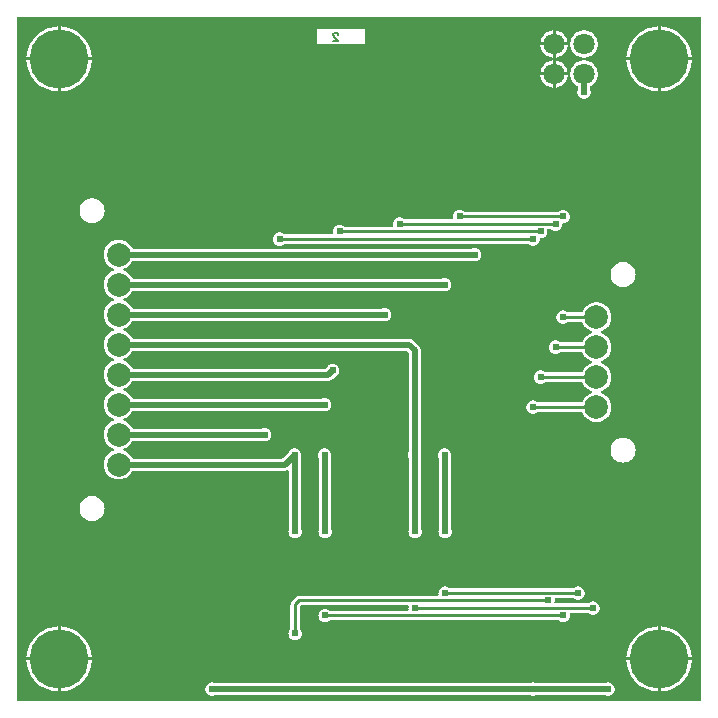
<source format=gbl>
G04 Layer: BottomLayer*
G04 Panelize: , Column: 2, Row: 2, Board Size: 58.42mm x 58.42mm, Panelized Board Size: 118.84mm x 118.84mm*
G04 EasyEDA v6.5.34, 2023-10-07 22:52:34*
G04 b7e43a5b2ceb43bf805b1727b84d9839,5a6b42c53f6a479593ecc07194224c93,10*
G04 Gerber Generator version 0.2*
G04 Scale: 100 percent, Rotated: No, Reflected: No *
G04 Dimensions in millimeters *
G04 leading zeros omitted , absolute positions ,4 integer and 5 decimal *
%FSLAX45Y45*%
%MOMM*%

%ADD10C,0.1524*%
%ADD11C,0.5000*%
%ADD12C,0.2540*%
%ADD13C,5.0000*%
%ADD14C,1.8000*%
%ADD15C,2.0000*%
%ADD16C,0.6096*%
%ADD17C,0.0182*%

%LPD*%
G36*
X5805932Y25908D02*
G01*
X36068Y26416D01*
X32156Y27178D01*
X28905Y29413D01*
X26670Y32664D01*
X25908Y36576D01*
X25908Y5805932D01*
X26670Y5809843D01*
X28905Y5813094D01*
X32156Y5815330D01*
X36068Y5816092D01*
X2555240Y5816092D01*
X2559151Y5815330D01*
X2562402Y5813094D01*
X2564638Y5809843D01*
X2565400Y5805932D01*
X2566162Y5809843D01*
X2568397Y5813094D01*
X2571648Y5815330D01*
X2575560Y5816092D01*
X5805932Y5816092D01*
X5809843Y5815330D01*
X5813094Y5813094D01*
X5815330Y5809843D01*
X5816092Y5805932D01*
X5816092Y36068D01*
X5815330Y32207D01*
X5813094Y28905D01*
X5809843Y26670D01*
G37*

%LPC*%
G36*
X4584700Y5600700D02*
G01*
X4687112Y5600700D01*
X4686960Y5602528D01*
X4684268Y5616803D01*
X4679746Y5630672D01*
X4673549Y5643829D01*
X4665776Y5656122D01*
X4656480Y5667349D01*
X4645863Y5677306D01*
X4634077Y5685840D01*
X4621326Y5692851D01*
X4607814Y5698236D01*
X4593691Y5701842D01*
X4584700Y5702960D01*
G37*
G36*
X393700Y105562D02*
G01*
X398322Y105664D01*
X421284Y108051D01*
X443992Y112369D01*
X466242Y118618D01*
X487934Y126644D01*
X508812Y136499D01*
X528828Y148031D01*
X547827Y161239D01*
X565607Y175971D01*
X582117Y192125D01*
X597204Y209600D01*
X610819Y228295D01*
X622757Y248107D01*
X633018Y268782D01*
X641553Y290271D01*
X648208Y312369D01*
X653034Y334975D01*
X655929Y357936D01*
X656336Y368300D01*
X393700Y368300D01*
G37*
G36*
X5448300Y105613D02*
G01*
X5448300Y368300D01*
X5185410Y368300D01*
X5187289Y346405D01*
X5191150Y323646D01*
X5196890Y301244D01*
X5204460Y279450D01*
X5213858Y258317D01*
X5224983Y238099D01*
X5237784Y218846D01*
X5252161Y200710D01*
X5267960Y183896D01*
X5285130Y168402D01*
X5303520Y154432D01*
X5323027Y142087D01*
X5343499Y131368D01*
X5364835Y122428D01*
X5386781Y115265D01*
X5409285Y109982D01*
X5432145Y106629D01*
G37*
G36*
X368300Y105613D02*
G01*
X368300Y368300D01*
X105410Y368300D01*
X107289Y346405D01*
X111150Y323646D01*
X116890Y301244D01*
X124460Y279450D01*
X133858Y258317D01*
X144983Y238099D01*
X157784Y218846D01*
X172161Y200710D01*
X187960Y183896D01*
X205130Y168402D01*
X223520Y154432D01*
X243027Y142087D01*
X263499Y131368D01*
X284835Y122428D01*
X306781Y115265D01*
X329285Y109982D01*
X352145Y106629D01*
G37*
G36*
X393700Y393700D02*
G01*
X656336Y393700D01*
X655929Y404063D01*
X653034Y427024D01*
X648208Y449630D01*
X641553Y471728D01*
X633018Y493217D01*
X622757Y513892D01*
X610819Y533704D01*
X597204Y552348D01*
X582117Y569874D01*
X565607Y586028D01*
X547827Y600760D01*
X528828Y613968D01*
X508812Y625500D01*
X487934Y635355D01*
X466242Y643382D01*
X443992Y649630D01*
X421284Y653948D01*
X398322Y656336D01*
X393700Y656437D01*
G37*
G36*
X5473700Y393700D02*
G01*
X5736336Y393700D01*
X5735929Y404063D01*
X5733034Y427024D01*
X5728208Y449630D01*
X5721553Y471728D01*
X5713018Y493217D01*
X5702757Y513892D01*
X5690819Y533704D01*
X5677204Y552348D01*
X5662117Y569874D01*
X5645607Y586028D01*
X5627827Y600760D01*
X5608828Y613968D01*
X5588812Y625500D01*
X5567934Y635355D01*
X5546242Y643382D01*
X5523992Y649630D01*
X5501284Y653948D01*
X5478322Y656336D01*
X5473700Y656437D01*
G37*
G36*
X5185410Y393700D02*
G01*
X5448300Y393700D01*
X5448300Y656386D01*
X5432145Y655370D01*
X5409285Y652018D01*
X5386781Y646734D01*
X5364835Y639572D01*
X5343499Y630631D01*
X5323027Y619912D01*
X5303520Y607568D01*
X5285130Y593598D01*
X5267960Y578104D01*
X5252161Y561289D01*
X5237784Y543153D01*
X5224983Y523900D01*
X5213858Y503682D01*
X5204460Y482549D01*
X5196890Y460756D01*
X5191150Y438353D01*
X5187289Y415594D01*
G37*
G36*
X105410Y393700D02*
G01*
X368300Y393700D01*
X368300Y656386D01*
X352145Y655370D01*
X329285Y652018D01*
X306781Y646734D01*
X284835Y639572D01*
X263499Y630631D01*
X243027Y619912D01*
X223520Y607568D01*
X205130Y593598D01*
X187960Y578104D01*
X172161Y561289D01*
X157784Y543153D01*
X144983Y523900D01*
X133858Y503682D01*
X124460Y482549D01*
X116890Y460756D01*
X111150Y438353D01*
X107289Y415594D01*
G37*
G36*
X2379218Y540562D02*
G01*
X2389022Y541426D01*
X2398471Y543966D01*
X2407412Y548081D01*
X2415438Y553720D01*
X2422398Y560679D01*
X2428036Y568706D01*
X2432151Y577646D01*
X2434691Y587095D01*
X2435555Y596900D01*
X2434691Y606704D01*
X2432151Y616153D01*
X2428036Y625094D01*
X2422398Y633120D01*
X2420823Y634695D01*
X2418588Y637997D01*
X2417826Y641908D01*
X2417826Y822299D01*
X2418588Y826211D01*
X2420823Y829513D01*
X2426004Y834694D01*
X2429306Y836930D01*
X2433218Y837692D01*
X3330549Y837692D01*
X3334156Y837031D01*
X3337306Y835101D01*
X3339592Y832154D01*
X3340658Y828598D01*
X3340354Y824890D01*
X3339744Y822604D01*
X3338880Y812800D01*
X3339744Y802995D01*
X3340354Y800709D01*
X3340658Y797001D01*
X3339592Y793445D01*
X3337306Y790498D01*
X3334156Y788568D01*
X3330549Y787908D01*
X2678226Y787908D01*
X2674315Y788670D01*
X2671013Y790905D01*
X2669438Y792480D01*
X2661412Y798118D01*
X2652471Y802233D01*
X2643022Y804773D01*
X2633218Y805637D01*
X2623413Y804773D01*
X2613964Y802233D01*
X2605024Y798118D01*
X2596997Y792480D01*
X2590038Y785520D01*
X2584399Y777494D01*
X2580284Y768553D01*
X2577744Y759104D01*
X2576880Y749300D01*
X2577744Y739495D01*
X2580284Y730046D01*
X2584399Y721106D01*
X2590038Y713079D01*
X2596997Y706120D01*
X2605024Y700481D01*
X2613964Y696366D01*
X2623413Y693826D01*
X2633218Y692962D01*
X2643022Y693826D01*
X2652471Y696366D01*
X2661412Y700481D01*
X2669438Y706120D01*
X2671013Y707694D01*
X2674315Y709930D01*
X2678226Y710692D01*
X4603191Y710692D01*
X4607102Y709930D01*
X4610404Y707694D01*
X4611979Y706120D01*
X4620006Y700481D01*
X4628946Y696366D01*
X4638395Y693826D01*
X4648200Y692962D01*
X4658004Y693826D01*
X4667453Y696366D01*
X4676394Y700481D01*
X4684420Y706120D01*
X4691380Y713079D01*
X4697018Y721106D01*
X4701133Y730046D01*
X4703673Y739495D01*
X4704537Y749300D01*
X4703673Y759104D01*
X4703064Y761390D01*
X4702759Y765098D01*
X4703826Y768654D01*
X4706112Y771601D01*
X4709261Y773531D01*
X4712868Y774192D01*
X4857191Y774192D01*
X4861102Y773430D01*
X4864404Y771194D01*
X4865979Y769620D01*
X4874006Y763981D01*
X4882946Y759866D01*
X4892395Y757326D01*
X4902200Y756462D01*
X4912004Y757326D01*
X4921453Y759866D01*
X4930394Y763981D01*
X4938420Y769620D01*
X4945380Y776579D01*
X4951018Y784606D01*
X4955133Y793546D01*
X4957673Y802995D01*
X4958537Y812800D01*
X4957673Y822604D01*
X4955133Y832053D01*
X4951018Y840994D01*
X4945380Y849020D01*
X4938420Y855980D01*
X4930394Y861618D01*
X4921453Y865733D01*
X4912004Y868273D01*
X4902200Y869137D01*
X4892395Y868273D01*
X4882946Y865733D01*
X4874006Y861618D01*
X4865979Y855980D01*
X4864404Y854405D01*
X4861102Y852169D01*
X4857191Y851408D01*
X4585868Y851408D01*
X4582261Y852068D01*
X4579112Y853998D01*
X4576826Y856945D01*
X4575759Y860501D01*
X4576064Y864209D01*
X4576673Y866495D01*
X4577537Y876300D01*
X4576673Y886104D01*
X4576064Y888390D01*
X4575759Y892098D01*
X4576826Y895654D01*
X4579112Y898601D01*
X4582261Y900531D01*
X4585868Y901192D01*
X4730191Y901192D01*
X4734102Y900430D01*
X4737404Y898194D01*
X4738979Y896619D01*
X4747006Y890981D01*
X4755946Y886866D01*
X4765395Y884326D01*
X4775200Y883462D01*
X4785004Y884326D01*
X4794453Y886866D01*
X4803394Y890981D01*
X4811420Y896619D01*
X4818380Y903579D01*
X4824018Y911606D01*
X4828133Y920546D01*
X4830673Y929995D01*
X4831537Y939800D01*
X4830673Y949604D01*
X4828133Y959053D01*
X4824018Y967994D01*
X4818380Y976020D01*
X4811420Y982980D01*
X4803394Y988618D01*
X4794453Y992733D01*
X4785004Y995273D01*
X4775200Y996137D01*
X4765395Y995273D01*
X4755946Y992733D01*
X4747006Y988618D01*
X4738979Y982980D01*
X4737404Y981405D01*
X4734102Y979169D01*
X4730191Y978408D01*
X3694226Y978408D01*
X3690315Y979169D01*
X3687013Y981405D01*
X3685438Y982980D01*
X3677412Y988618D01*
X3668471Y992733D01*
X3659022Y995273D01*
X3649218Y996137D01*
X3639413Y995273D01*
X3629964Y992733D01*
X3621024Y988618D01*
X3612997Y982980D01*
X3606037Y976020D01*
X3600399Y967994D01*
X3596284Y959053D01*
X3593744Y949604D01*
X3592880Y939800D01*
X3593744Y929995D01*
X3594354Y927709D01*
X3594658Y924001D01*
X3593592Y920445D01*
X3591306Y917498D01*
X3588156Y915568D01*
X3584549Y914908D01*
X2413508Y914908D01*
X2405481Y914095D01*
X2398268Y911910D01*
X2391562Y908354D01*
X2385364Y903224D01*
X2352294Y870153D01*
X2347163Y863955D01*
X2343607Y857250D01*
X2341422Y850036D01*
X2340610Y842010D01*
X2340610Y641908D01*
X2339848Y637997D01*
X2337612Y634695D01*
X2336038Y633120D01*
X2330399Y625094D01*
X2326284Y616153D01*
X2323744Y606704D01*
X2322880Y596900D01*
X2323744Y587095D01*
X2326284Y577646D01*
X2330399Y568706D01*
X2336038Y560679D01*
X2342997Y553720D01*
X2351024Y548081D01*
X2359964Y543966D01*
X2369413Y541426D01*
G37*
G36*
X3649218Y1404162D02*
G01*
X3659022Y1405026D01*
X3668471Y1407566D01*
X3677412Y1411681D01*
X3685438Y1417320D01*
X3692398Y1424279D01*
X3698036Y1432306D01*
X3702151Y1441246D01*
X3704691Y1450695D01*
X3705555Y1460500D01*
X3704691Y1470304D01*
X3702151Y1479753D01*
X3696258Y1491996D01*
X3695801Y1495044D01*
X3695801Y2082292D01*
X3696766Y2086610D01*
X3697833Y2088946D01*
X3700373Y2098395D01*
X3701237Y2108200D01*
X3700373Y2118004D01*
X3697833Y2127453D01*
X3693718Y2136394D01*
X3688079Y2144420D01*
X3681120Y2151380D01*
X3673094Y2157018D01*
X3664153Y2161133D01*
X3654704Y2163673D01*
X3644900Y2164537D01*
X3635095Y2163673D01*
X3625646Y2161133D01*
X3616706Y2157018D01*
X3608679Y2151380D01*
X3601720Y2144420D01*
X3596081Y2136394D01*
X3591966Y2127453D01*
X3589426Y2118004D01*
X3588562Y2108200D01*
X3589426Y2098395D01*
X3591966Y2088946D01*
X3593033Y2086610D01*
X3593998Y2082292D01*
X3593998Y1472641D01*
X3592880Y1460449D01*
X3593744Y1450695D01*
X3596284Y1441246D01*
X3600399Y1432306D01*
X3606037Y1424279D01*
X3612997Y1417320D01*
X3621024Y1411681D01*
X3629964Y1407566D01*
X3639413Y1405026D01*
G37*
G36*
X2633218Y1404162D02*
G01*
X2643022Y1405026D01*
X2652471Y1407566D01*
X2661412Y1411681D01*
X2669438Y1417320D01*
X2676398Y1424279D01*
X2682036Y1432306D01*
X2686151Y1441246D01*
X2688691Y1450695D01*
X2689555Y1460500D01*
X2688691Y1470304D01*
X2686151Y1479753D01*
X2680258Y1491996D01*
X2679801Y1495044D01*
X2679801Y2082292D01*
X2680766Y2086610D01*
X2681833Y2088946D01*
X2684373Y2098395D01*
X2685237Y2108200D01*
X2684373Y2118004D01*
X2681833Y2127453D01*
X2677718Y2136394D01*
X2672080Y2144420D01*
X2665120Y2151380D01*
X2657094Y2157018D01*
X2648153Y2161133D01*
X2638704Y2163673D01*
X2628900Y2164537D01*
X2619095Y2163673D01*
X2609646Y2161133D01*
X2600706Y2157018D01*
X2592679Y2151380D01*
X2585720Y2144420D01*
X2580081Y2136394D01*
X2575966Y2127453D01*
X2573426Y2118004D01*
X2572562Y2108200D01*
X2573426Y2098395D01*
X2575966Y2088946D01*
X2577033Y2086610D01*
X2577998Y2082292D01*
X2577998Y1472641D01*
X2576880Y1460449D01*
X2577744Y1450695D01*
X2580284Y1441246D01*
X2584399Y1432306D01*
X2590038Y1424279D01*
X2596997Y1417320D01*
X2605024Y1411681D01*
X2613964Y1407566D01*
X2623413Y1405026D01*
G37*
G36*
X2379218Y1404162D02*
G01*
X2389022Y1405026D01*
X2398471Y1407566D01*
X2407412Y1411681D01*
X2415438Y1417320D01*
X2422398Y1424279D01*
X2428036Y1432306D01*
X2432151Y1441246D01*
X2434691Y1450695D01*
X2435555Y1460500D01*
X2434691Y1470304D01*
X2432151Y1479753D01*
X2426258Y1491996D01*
X2425801Y1495044D01*
X2425801Y2082292D01*
X2426766Y2086610D01*
X2427833Y2088946D01*
X2430373Y2098395D01*
X2431237Y2108200D01*
X2430373Y2118004D01*
X2427833Y2127453D01*
X2423718Y2136394D01*
X2418080Y2144420D01*
X2411120Y2151380D01*
X2403094Y2157018D01*
X2394153Y2161133D01*
X2384704Y2163673D01*
X2374900Y2164537D01*
X2365095Y2163673D01*
X2355646Y2161133D01*
X2346706Y2157018D01*
X2338679Y2151380D01*
X2331720Y2144420D01*
X2326081Y2136394D01*
X2322525Y2128672D01*
X2320493Y2125776D01*
X2275687Y2080971D01*
X2272385Y2078786D01*
X2268524Y2078024D01*
X1006856Y2078024D01*
X1003096Y2078736D01*
X999845Y2080818D01*
X997610Y2084019D01*
X996899Y2085593D01*
X989025Y2098598D01*
X979627Y2110587D01*
X968908Y2121357D01*
X956919Y2130704D01*
X943914Y2138578D01*
X929995Y2144826D01*
X926846Y2147062D01*
X924712Y2150313D01*
X924001Y2154123D01*
X924712Y2157882D01*
X926846Y2161133D01*
X929995Y2163368D01*
X943914Y2169617D01*
X956919Y2177491D01*
X968908Y2186889D01*
X979627Y2197608D01*
X989025Y2209596D01*
X999845Y2227376D01*
X1003046Y2229459D01*
X1006856Y2230170D01*
X2094992Y2230221D01*
X2099310Y2229256D01*
X2101646Y2228138D01*
X2111095Y2225598D01*
X2120900Y2224735D01*
X2130704Y2225598D01*
X2140153Y2228138D01*
X2149094Y2232304D01*
X2157120Y2237943D01*
X2164080Y2244902D01*
X2169718Y2252929D01*
X2173833Y2261819D01*
X2176373Y2271318D01*
X2177237Y2281123D01*
X2176373Y2290876D01*
X2173833Y2300376D01*
X2169718Y2309266D01*
X2164080Y2317343D01*
X2157120Y2324252D01*
X2149094Y2329891D01*
X2140153Y2334056D01*
X2130704Y2336596D01*
X2120900Y2337460D01*
X2111095Y2336596D01*
X2101646Y2334056D01*
X2099310Y2332990D01*
X2094992Y2332024D01*
X1006856Y2332024D01*
X1003096Y2332736D01*
X999845Y2334818D01*
X997610Y2338019D01*
X996899Y2339594D01*
X989025Y2352598D01*
X979627Y2364587D01*
X968908Y2375357D01*
X956919Y2384704D01*
X943914Y2392578D01*
X929995Y2398826D01*
X926846Y2401062D01*
X924712Y2404313D01*
X924001Y2408123D01*
X924712Y2411882D01*
X926846Y2415133D01*
X929995Y2417368D01*
X943914Y2423617D01*
X956919Y2431491D01*
X968908Y2440889D01*
X979627Y2451608D01*
X989025Y2463596D01*
X996899Y2476601D01*
X997610Y2478278D01*
X999845Y2481427D01*
X1003096Y2483510D01*
X1006906Y2484272D01*
X2602839Y2484272D01*
X2607106Y2483307D01*
X2609646Y2482138D01*
X2619095Y2479598D01*
X2628900Y2478735D01*
X2638704Y2479598D01*
X2648153Y2482138D01*
X2657094Y2486304D01*
X2665120Y2491943D01*
X2672080Y2498852D01*
X2677718Y2506929D01*
X2681833Y2515819D01*
X2684373Y2525318D01*
X2685237Y2535072D01*
X2684373Y2544876D01*
X2681833Y2554376D01*
X2677718Y2563266D01*
X2672080Y2571292D01*
X2665120Y2578252D01*
X2657094Y2583891D01*
X2648153Y2588056D01*
X2638704Y2590596D01*
X2628900Y2591460D01*
X2619095Y2590596D01*
X2609646Y2588056D01*
X2607462Y2587040D01*
X2603144Y2586075D01*
X1006856Y2586075D01*
X1003046Y2586837D01*
X999794Y2588920D01*
X989025Y2606598D01*
X979627Y2618587D01*
X968908Y2629357D01*
X956919Y2638704D01*
X943914Y2646578D01*
X929995Y2652826D01*
X926846Y2655062D01*
X924712Y2658313D01*
X924001Y2662123D01*
X924712Y2665882D01*
X926846Y2669133D01*
X929995Y2671368D01*
X943914Y2677617D01*
X956919Y2685491D01*
X968908Y2694889D01*
X979627Y2705608D01*
X989025Y2717596D01*
X996899Y2730601D01*
X997610Y2732278D01*
X999845Y2735427D01*
X1003096Y2737510D01*
X1006906Y2738272D01*
X2661970Y2738272D01*
X2666593Y2738475D01*
X2671013Y2739034D01*
X2675331Y2739999D01*
X2679598Y2741320D01*
X2683662Y2743047D01*
X2687624Y2745079D01*
X2691384Y2747467D01*
X2694889Y2750159D01*
X2698343Y2753309D01*
X2715056Y2770073D01*
X2717952Y2772105D01*
X2725674Y2775661D01*
X2733700Y2781300D01*
X2740660Y2788259D01*
X2746298Y2796286D01*
X2750413Y2805226D01*
X2752953Y2814675D01*
X2753817Y2824480D01*
X2752953Y2834284D01*
X2750413Y2843733D01*
X2746298Y2852674D01*
X2740660Y2860700D01*
X2733700Y2867660D01*
X2725674Y2873298D01*
X2716733Y2877413D01*
X2707284Y2879953D01*
X2697480Y2880817D01*
X2687675Y2879953D01*
X2678226Y2877413D01*
X2669286Y2873298D01*
X2661259Y2867660D01*
X2654300Y2860700D01*
X2648661Y2852674D01*
X2645562Y2845968D01*
X2643327Y2842869D01*
X2640076Y2840786D01*
X2636367Y2840075D01*
X1006856Y2840075D01*
X1003046Y2840837D01*
X999794Y2842920D01*
X989025Y2860598D01*
X979627Y2872587D01*
X968908Y2883357D01*
X956919Y2892704D01*
X943914Y2900578D01*
X929995Y2906826D01*
X926846Y2909062D01*
X924712Y2912313D01*
X924001Y2916123D01*
X924712Y2919882D01*
X926846Y2923133D01*
X929995Y2925368D01*
X943914Y2931617D01*
X956919Y2939491D01*
X968908Y2948889D01*
X979627Y2959608D01*
X989025Y2971596D01*
X999845Y2989376D01*
X1003046Y2991459D01*
X1006856Y2992170D01*
X3319729Y2992170D01*
X3323590Y2991408D01*
X3326892Y2989224D01*
X3337001Y2979064D01*
X3339236Y2975813D01*
X3339998Y2971901D01*
X3339998Y2134108D01*
X3339033Y2129790D01*
X3337966Y2127453D01*
X3335426Y2118004D01*
X3334562Y2108200D01*
X3335426Y2098395D01*
X3337966Y2088946D01*
X3339033Y2086610D01*
X3339998Y2082292D01*
X3339998Y1472641D01*
X3338880Y1460449D01*
X3339744Y1450695D01*
X3342284Y1441246D01*
X3346399Y1432306D01*
X3352037Y1424279D01*
X3358997Y1417320D01*
X3367024Y1411681D01*
X3375964Y1407566D01*
X3385413Y1405026D01*
X3395218Y1404162D01*
X3405022Y1405026D01*
X3414471Y1407566D01*
X3423412Y1411681D01*
X3431438Y1417320D01*
X3438398Y1424279D01*
X3444036Y1432306D01*
X3448151Y1441246D01*
X3450691Y1450695D01*
X3451555Y1460500D01*
X3450691Y1470304D01*
X3448151Y1479753D01*
X3442258Y1491996D01*
X3441801Y1495044D01*
X3441801Y2082292D01*
X3442766Y2086610D01*
X3443833Y2088946D01*
X3446373Y2098395D01*
X3447237Y2108200D01*
X3446373Y2118004D01*
X3443833Y2127453D01*
X3442766Y2129790D01*
X3441801Y2134108D01*
X3441801Y2996996D01*
X3441598Y3001619D01*
X3441039Y3006039D01*
X3440074Y3010357D01*
X3438753Y3014624D01*
X3437026Y3018688D01*
X3434994Y3022650D01*
X3432606Y3026410D01*
X3429914Y3029915D01*
X3426714Y3033369D01*
X3381146Y3078937D01*
X3377692Y3082086D01*
X3374186Y3084779D01*
X3370427Y3087166D01*
X3366515Y3089249D01*
X3362401Y3090926D01*
X3358184Y3092246D01*
X3353815Y3093212D01*
X3349447Y3093821D01*
X3344773Y3094024D01*
X1006856Y3094024D01*
X1003096Y3094736D01*
X999845Y3096818D01*
X997610Y3099968D01*
X996899Y3101594D01*
X989025Y3114598D01*
X979627Y3126587D01*
X968908Y3137357D01*
X956919Y3146704D01*
X943914Y3154578D01*
X929995Y3160826D01*
X926846Y3163062D01*
X924712Y3166313D01*
X924001Y3170123D01*
X924712Y3173882D01*
X926846Y3177133D01*
X929995Y3179368D01*
X943914Y3185617D01*
X956919Y3193491D01*
X968908Y3202889D01*
X979627Y3213608D01*
X989025Y3225596D01*
X999845Y3243376D01*
X1003046Y3245459D01*
X1006856Y3246170D01*
X3110992Y3246170D01*
X3115310Y3245256D01*
X3117646Y3244138D01*
X3127095Y3241598D01*
X3136900Y3240735D01*
X3146704Y3241598D01*
X3156153Y3244138D01*
X3165094Y3248304D01*
X3173120Y3253943D01*
X3180080Y3260852D01*
X3185718Y3268929D01*
X3189833Y3277819D01*
X3192373Y3287318D01*
X3193237Y3297072D01*
X3192373Y3306876D01*
X3189833Y3316376D01*
X3185718Y3325266D01*
X3180080Y3333292D01*
X3173120Y3340252D01*
X3165094Y3345891D01*
X3156153Y3350056D01*
X3146704Y3352596D01*
X3136900Y3353460D01*
X3127095Y3352596D01*
X3117646Y3350056D01*
X3115310Y3348939D01*
X3110992Y3348024D01*
X1006856Y3348024D01*
X1003096Y3348736D01*
X999845Y3350818D01*
X997610Y3353968D01*
X996899Y3355594D01*
X989025Y3368598D01*
X979627Y3380587D01*
X968908Y3391357D01*
X956919Y3400704D01*
X943914Y3408578D01*
X929995Y3414826D01*
X926846Y3417062D01*
X924712Y3420313D01*
X924001Y3424123D01*
X924712Y3427882D01*
X926846Y3431133D01*
X929995Y3433368D01*
X943914Y3439617D01*
X956919Y3447491D01*
X968908Y3456889D01*
X979627Y3467608D01*
X989025Y3479596D01*
X996899Y3492601D01*
X997610Y3494278D01*
X999845Y3497427D01*
X1003096Y3499510D01*
X1006906Y3500272D01*
X3618839Y3500272D01*
X3623106Y3499307D01*
X3625646Y3498138D01*
X3635095Y3495598D01*
X3644900Y3494735D01*
X3654704Y3495598D01*
X3664153Y3498138D01*
X3673094Y3502304D01*
X3681120Y3507943D01*
X3688079Y3514851D01*
X3693718Y3522929D01*
X3697833Y3531819D01*
X3700373Y3541318D01*
X3701237Y3551072D01*
X3700373Y3560876D01*
X3697833Y3570376D01*
X3693718Y3579266D01*
X3688079Y3587292D01*
X3681120Y3594252D01*
X3673094Y3599891D01*
X3664153Y3604056D01*
X3654704Y3606596D01*
X3644900Y3607460D01*
X3635095Y3606596D01*
X3625646Y3604056D01*
X3623462Y3603040D01*
X3619144Y3602075D01*
X1006856Y3602075D01*
X1003046Y3602837D01*
X999794Y3604920D01*
X989025Y3622598D01*
X979627Y3634587D01*
X968908Y3645357D01*
X956919Y3654704D01*
X943914Y3662578D01*
X929995Y3668826D01*
X926846Y3671062D01*
X924712Y3674313D01*
X924001Y3678123D01*
X924712Y3681882D01*
X926846Y3685133D01*
X929995Y3687368D01*
X943914Y3693617D01*
X956919Y3701491D01*
X968908Y3710889D01*
X979627Y3721608D01*
X989025Y3733596D01*
X999845Y3751376D01*
X1003046Y3753459D01*
X1006856Y3754170D01*
X3872992Y3754170D01*
X3877310Y3753256D01*
X3879646Y3752138D01*
X3889095Y3749598D01*
X3898900Y3748735D01*
X3908704Y3749598D01*
X3918153Y3752138D01*
X3927094Y3756304D01*
X3935120Y3761943D01*
X3942079Y3768851D01*
X3947718Y3776929D01*
X3951833Y3785819D01*
X3954373Y3795318D01*
X3955237Y3805072D01*
X3954373Y3814876D01*
X3951833Y3824376D01*
X3947718Y3833266D01*
X3942079Y3841292D01*
X3935120Y3848252D01*
X3927094Y3853891D01*
X3918153Y3858056D01*
X3908704Y3860596D01*
X3898900Y3861460D01*
X3889095Y3860596D01*
X3879646Y3858056D01*
X3877310Y3856939D01*
X3872992Y3856024D01*
X1006856Y3856024D01*
X1003096Y3856736D01*
X999845Y3858818D01*
X997610Y3861968D01*
X996899Y3863594D01*
X989025Y3876598D01*
X979627Y3888587D01*
X968908Y3899357D01*
X956919Y3908704D01*
X943914Y3916578D01*
X930046Y3922826D01*
X915517Y3927348D01*
X900582Y3930091D01*
X885393Y3931005D01*
X870254Y3930091D01*
X855268Y3927348D01*
X840790Y3922826D01*
X826922Y3916578D01*
X813917Y3908704D01*
X801928Y3899357D01*
X791159Y3888587D01*
X781812Y3876598D01*
X773938Y3863594D01*
X767689Y3849725D01*
X763168Y3835247D01*
X760425Y3820261D01*
X759510Y3805123D01*
X760425Y3789934D01*
X763168Y3774998D01*
X767689Y3760470D01*
X773938Y3746601D01*
X781812Y3733596D01*
X791159Y3721608D01*
X801928Y3710889D01*
X813917Y3701491D01*
X826922Y3693617D01*
X840841Y3687368D01*
X843991Y3685133D01*
X846074Y3681882D01*
X846836Y3678123D01*
X846074Y3674313D01*
X843991Y3671062D01*
X840841Y3668826D01*
X826922Y3662578D01*
X813917Y3654704D01*
X801928Y3645357D01*
X791159Y3634587D01*
X781812Y3622598D01*
X773938Y3609594D01*
X767689Y3595725D01*
X763168Y3581247D01*
X760425Y3566261D01*
X759510Y3551123D01*
X760425Y3535934D01*
X763168Y3520998D01*
X767689Y3506470D01*
X773938Y3492601D01*
X781812Y3479596D01*
X791159Y3467608D01*
X801928Y3456889D01*
X813917Y3447491D01*
X826922Y3439617D01*
X840841Y3433368D01*
X843991Y3431133D01*
X846074Y3427882D01*
X846836Y3424123D01*
X846074Y3420313D01*
X843991Y3417062D01*
X840841Y3414826D01*
X826922Y3408578D01*
X813917Y3400704D01*
X801928Y3391357D01*
X791159Y3380587D01*
X781812Y3368598D01*
X773938Y3355594D01*
X767689Y3341725D01*
X763168Y3327247D01*
X760425Y3312261D01*
X759510Y3297123D01*
X760425Y3281934D01*
X763168Y3266998D01*
X767689Y3252470D01*
X773938Y3238601D01*
X781812Y3225596D01*
X791159Y3213608D01*
X801928Y3202889D01*
X813917Y3193491D01*
X826922Y3185617D01*
X840841Y3179368D01*
X843991Y3177133D01*
X846074Y3173882D01*
X846836Y3170123D01*
X846074Y3166313D01*
X843991Y3163062D01*
X840841Y3160826D01*
X826922Y3154578D01*
X813917Y3146704D01*
X801928Y3137357D01*
X791159Y3126587D01*
X781812Y3114598D01*
X773938Y3101594D01*
X767689Y3087725D01*
X763168Y3073247D01*
X760425Y3058261D01*
X759510Y3043123D01*
X760425Y3027934D01*
X763168Y3012998D01*
X767689Y2998470D01*
X773938Y2984601D01*
X781812Y2971596D01*
X791159Y2959608D01*
X801928Y2948889D01*
X813917Y2939491D01*
X826922Y2931617D01*
X840841Y2925368D01*
X843991Y2923133D01*
X846074Y2919882D01*
X846836Y2916123D01*
X846074Y2912313D01*
X843991Y2909062D01*
X840841Y2906826D01*
X826922Y2900578D01*
X813917Y2892704D01*
X801928Y2883357D01*
X791159Y2872587D01*
X781812Y2860598D01*
X773938Y2847594D01*
X767689Y2833725D01*
X763168Y2819247D01*
X760425Y2804261D01*
X759510Y2789123D01*
X760425Y2773934D01*
X763168Y2758998D01*
X767689Y2744470D01*
X773938Y2730601D01*
X781812Y2717596D01*
X791159Y2705608D01*
X801928Y2694889D01*
X813917Y2685491D01*
X826922Y2677617D01*
X840841Y2671368D01*
X843991Y2669133D01*
X846074Y2665882D01*
X846836Y2662123D01*
X846074Y2658313D01*
X843991Y2655062D01*
X840841Y2652826D01*
X826922Y2646578D01*
X813917Y2638704D01*
X801928Y2629357D01*
X791159Y2618587D01*
X781812Y2606598D01*
X773938Y2593594D01*
X767689Y2579725D01*
X763168Y2565247D01*
X760425Y2550261D01*
X759510Y2535123D01*
X760425Y2519934D01*
X763168Y2504998D01*
X767689Y2490470D01*
X773938Y2476601D01*
X781812Y2463596D01*
X791159Y2451608D01*
X801928Y2440889D01*
X813917Y2431491D01*
X826922Y2423617D01*
X840841Y2417368D01*
X843991Y2415133D01*
X846074Y2411882D01*
X846836Y2408123D01*
X846074Y2404313D01*
X843991Y2401062D01*
X840841Y2398826D01*
X826922Y2392578D01*
X813917Y2384704D01*
X801928Y2375357D01*
X791159Y2364587D01*
X781812Y2352598D01*
X773938Y2339594D01*
X767689Y2325725D01*
X763168Y2311247D01*
X760425Y2296261D01*
X759510Y2281123D01*
X760425Y2265934D01*
X763168Y2250998D01*
X767689Y2236470D01*
X773938Y2222601D01*
X781812Y2209596D01*
X791159Y2197608D01*
X801928Y2186889D01*
X813917Y2177491D01*
X826922Y2169617D01*
X840841Y2163368D01*
X843991Y2161133D01*
X846074Y2157882D01*
X846836Y2154123D01*
X846074Y2150313D01*
X843991Y2147062D01*
X840841Y2144826D01*
X826922Y2138578D01*
X813917Y2130704D01*
X801928Y2121357D01*
X791159Y2110587D01*
X781812Y2098598D01*
X773938Y2085593D01*
X767689Y2071725D01*
X763168Y2057247D01*
X760425Y2042261D01*
X759510Y2027123D01*
X760425Y2011934D01*
X763168Y1996998D01*
X767689Y1982470D01*
X773938Y1968601D01*
X781812Y1955596D01*
X791159Y1943607D01*
X801928Y1932889D01*
X813917Y1923491D01*
X826922Y1915617D01*
X840790Y1909419D01*
X855268Y1904898D01*
X870254Y1902155D01*
X885393Y1901240D01*
X900582Y1902155D01*
X915517Y1904898D01*
X930046Y1909419D01*
X943914Y1915617D01*
X956919Y1923491D01*
X968908Y1932889D01*
X979627Y1943607D01*
X989025Y1955596D01*
X999845Y1973376D01*
X1003046Y1975459D01*
X1006856Y1976170D01*
X2293569Y1976170D01*
X2298242Y1976374D01*
X2302611Y1976983D01*
X2306929Y1977948D01*
X2310688Y1979168D01*
X2314448Y1979625D01*
X2318156Y1978660D01*
X2321255Y1976424D01*
X2323287Y1973224D01*
X2323998Y1969465D01*
X2323998Y1472641D01*
X2322880Y1460449D01*
X2323744Y1450695D01*
X2326284Y1441246D01*
X2330399Y1432306D01*
X2336038Y1424279D01*
X2342997Y1417320D01*
X2351024Y1411681D01*
X2359964Y1407566D01*
X2369413Y1405026D01*
G37*
G36*
X660400Y1549603D02*
G01*
X674217Y1550517D01*
X687781Y1553210D01*
X700938Y1557680D01*
X713333Y1563776D01*
X724865Y1571498D01*
X735279Y1580642D01*
X744423Y1591056D01*
X752094Y1602536D01*
X758240Y1614982D01*
X762660Y1628089D01*
X765403Y1641652D01*
X766267Y1655470D01*
X765403Y1669338D01*
X762660Y1682902D01*
X758240Y1696008D01*
X752094Y1708454D01*
X744423Y1719935D01*
X735279Y1730349D01*
X724865Y1739493D01*
X713333Y1747215D01*
X700938Y1753311D01*
X687781Y1757781D01*
X674217Y1760474D01*
X660400Y1761388D01*
X646582Y1760474D01*
X633018Y1757781D01*
X619861Y1753311D01*
X607466Y1747215D01*
X595934Y1739493D01*
X585520Y1730349D01*
X576376Y1719935D01*
X568706Y1708454D01*
X562559Y1696008D01*
X558139Y1682902D01*
X555396Y1669338D01*
X554532Y1655470D01*
X555396Y1641652D01*
X558139Y1628089D01*
X562559Y1614982D01*
X568706Y1602536D01*
X576376Y1591056D01*
X585520Y1580642D01*
X595934Y1571498D01*
X607466Y1563776D01*
X619861Y1557680D01*
X633018Y1553210D01*
X646582Y1550517D01*
G37*
G36*
X5156250Y2043734D02*
G01*
X5170068Y2044598D01*
X5183632Y2047341D01*
X5196738Y2051761D01*
X5209184Y2057907D01*
X5220665Y2065578D01*
X5231079Y2074722D01*
X5240223Y2085136D01*
X5247944Y2096668D01*
X5254040Y2109063D01*
X5258511Y2122220D01*
X5261203Y2135784D01*
X5262118Y2149602D01*
X5261203Y2163419D01*
X5258511Y2176983D01*
X5254040Y2190140D01*
X5247944Y2202535D01*
X5240223Y2214067D01*
X5231079Y2224481D01*
X5220665Y2233625D01*
X5209184Y2241296D01*
X5196738Y2247442D01*
X5183632Y2251862D01*
X5170068Y2254605D01*
X5156250Y2255469D01*
X5142382Y2254605D01*
X5128818Y2251862D01*
X5115712Y2247442D01*
X5103266Y2241296D01*
X5091785Y2233625D01*
X5081371Y2224481D01*
X5072227Y2214067D01*
X5064506Y2202535D01*
X5058410Y2190140D01*
X5053939Y2176983D01*
X5051247Y2163419D01*
X5050332Y2149602D01*
X5051247Y2135784D01*
X5053939Y2122220D01*
X5058410Y2109063D01*
X5064506Y2096668D01*
X5072227Y2085136D01*
X5081371Y2074722D01*
X5091785Y2065578D01*
X5103266Y2057907D01*
X5115712Y2051761D01*
X5128818Y2047341D01*
X5142382Y2044598D01*
G37*
G36*
X4931206Y2386279D02*
G01*
X4946396Y2387193D01*
X4961331Y2389936D01*
X4975860Y2394458D01*
X4989728Y2400706D01*
X5002733Y2408580D01*
X5014722Y2417927D01*
X5025440Y2428697D01*
X5034838Y2440635D01*
X5042662Y2453690D01*
X5048910Y2467508D01*
X5053431Y2482037D01*
X5056174Y2496972D01*
X5057089Y2512161D01*
X5056174Y2527350D01*
X5053431Y2542286D01*
X5048910Y2556814D01*
X5042662Y2570683D01*
X5034838Y2583688D01*
X5025440Y2595626D01*
X5014722Y2606395D01*
X5002733Y2615793D01*
X4989728Y2623616D01*
X4975809Y2629916D01*
X4972659Y2632151D01*
X4970526Y2635351D01*
X4969814Y2639161D01*
X4970526Y2642971D01*
X4972659Y2646222D01*
X4975809Y2648458D01*
X4989728Y2654706D01*
X5002733Y2662580D01*
X5014722Y2671927D01*
X5025440Y2682697D01*
X5034838Y2694635D01*
X5042662Y2707690D01*
X5048910Y2721508D01*
X5053431Y2736037D01*
X5056174Y2750972D01*
X5057089Y2766161D01*
X5056174Y2781350D01*
X5053431Y2796286D01*
X5048910Y2810814D01*
X5042662Y2824683D01*
X5034838Y2837688D01*
X5025440Y2849626D01*
X5014722Y2860395D01*
X5002733Y2869793D01*
X4989728Y2877616D01*
X4975809Y2883916D01*
X4972659Y2886151D01*
X4970526Y2889351D01*
X4969814Y2893161D01*
X4970526Y2896971D01*
X4972659Y2900222D01*
X4975809Y2902458D01*
X4989728Y2908706D01*
X5002733Y2916580D01*
X5014722Y2925927D01*
X5025440Y2936697D01*
X5034838Y2948635D01*
X5042662Y2961690D01*
X5048910Y2975508D01*
X5053431Y2990037D01*
X5056174Y3004972D01*
X5057089Y3020161D01*
X5056174Y3035350D01*
X5053431Y3050286D01*
X5048910Y3064814D01*
X5042662Y3078683D01*
X5034838Y3091688D01*
X5025440Y3103626D01*
X5014722Y3114395D01*
X5002733Y3123793D01*
X4989728Y3131616D01*
X4975809Y3137916D01*
X4972659Y3140151D01*
X4970526Y3143351D01*
X4969814Y3147161D01*
X4970526Y3150971D01*
X4972659Y3154222D01*
X4975809Y3156458D01*
X4989728Y3162706D01*
X5002733Y3170580D01*
X5014722Y3179927D01*
X5025440Y3190697D01*
X5034838Y3202635D01*
X5042662Y3215690D01*
X5048910Y3229508D01*
X5053431Y3244037D01*
X5056174Y3258972D01*
X5057089Y3274161D01*
X5056174Y3289350D01*
X5053431Y3304286D01*
X5048910Y3318814D01*
X5042662Y3332683D01*
X5034838Y3345687D01*
X5025440Y3357626D01*
X5014722Y3368395D01*
X5002733Y3377793D01*
X4989728Y3385616D01*
X4975860Y3391865D01*
X4961331Y3396386D01*
X4946396Y3399129D01*
X4931206Y3400044D01*
X4916017Y3399129D01*
X4901082Y3396386D01*
X4886553Y3391865D01*
X4872736Y3385616D01*
X4859680Y3377793D01*
X4847742Y3368395D01*
X4836972Y3357626D01*
X4827625Y3345687D01*
X4819751Y3332683D01*
X4814570Y3321202D01*
X4812334Y3318052D01*
X4809134Y3315919D01*
X4805324Y3315208D01*
X4693208Y3315208D01*
X4689297Y3315970D01*
X4685995Y3318205D01*
X4684420Y3319779D01*
X4676394Y3325418D01*
X4667453Y3329533D01*
X4658004Y3332073D01*
X4648200Y3332937D01*
X4638395Y3332073D01*
X4628946Y3329533D01*
X4620006Y3325418D01*
X4611979Y3319779D01*
X4605020Y3312820D01*
X4599381Y3304794D01*
X4595266Y3295853D01*
X4592726Y3286404D01*
X4591862Y3276600D01*
X4592726Y3266795D01*
X4595266Y3257346D01*
X4599381Y3248406D01*
X4605020Y3240379D01*
X4611979Y3233420D01*
X4620006Y3227781D01*
X4628946Y3223666D01*
X4638395Y3221126D01*
X4648200Y3220262D01*
X4658004Y3221126D01*
X4667453Y3223666D01*
X4676394Y3227781D01*
X4684420Y3233420D01*
X4685995Y3234994D01*
X4689297Y3237230D01*
X4693208Y3237992D01*
X4803394Y3237992D01*
X4807559Y3237077D01*
X4811014Y3234588D01*
X4813503Y3229508D01*
X4819751Y3215690D01*
X4827625Y3202635D01*
X4836972Y3190697D01*
X4847742Y3179927D01*
X4859680Y3170580D01*
X4872736Y3162706D01*
X4886655Y3156458D01*
X4889804Y3154222D01*
X4891887Y3150971D01*
X4892649Y3147161D01*
X4891887Y3143351D01*
X4889804Y3140151D01*
X4886655Y3137916D01*
X4872736Y3131616D01*
X4859680Y3123793D01*
X4847742Y3114395D01*
X4836972Y3103626D01*
X4827625Y3091688D01*
X4819751Y3078683D01*
X4814570Y3067202D01*
X4812334Y3064052D01*
X4809134Y3061919D01*
X4805324Y3061208D01*
X4629708Y3061208D01*
X4625797Y3061970D01*
X4622495Y3064205D01*
X4620920Y3065780D01*
X4612894Y3071418D01*
X4603953Y3075533D01*
X4594504Y3078073D01*
X4584700Y3078937D01*
X4574895Y3078073D01*
X4565446Y3075533D01*
X4556506Y3071418D01*
X4548479Y3065780D01*
X4541520Y3058820D01*
X4535881Y3050794D01*
X4531766Y3041853D01*
X4529226Y3032404D01*
X4528362Y3022600D01*
X4529226Y3012795D01*
X4531766Y3003346D01*
X4535881Y2994406D01*
X4541520Y2986379D01*
X4548479Y2979420D01*
X4556506Y2973781D01*
X4565446Y2969666D01*
X4574895Y2967126D01*
X4584700Y2966262D01*
X4594504Y2967126D01*
X4603953Y2969666D01*
X4612894Y2973781D01*
X4620920Y2979420D01*
X4622495Y2980994D01*
X4625797Y2983230D01*
X4629708Y2983992D01*
X4803394Y2983992D01*
X4807559Y2983077D01*
X4811014Y2980588D01*
X4813503Y2975508D01*
X4819751Y2961690D01*
X4827625Y2948635D01*
X4836972Y2936697D01*
X4847742Y2925927D01*
X4859680Y2916580D01*
X4872736Y2908706D01*
X4886655Y2902458D01*
X4889804Y2900222D01*
X4891887Y2896971D01*
X4892649Y2893161D01*
X4891887Y2889351D01*
X4889804Y2886151D01*
X4886655Y2883916D01*
X4872736Y2877616D01*
X4859680Y2869793D01*
X4847742Y2860395D01*
X4836972Y2849626D01*
X4827625Y2837688D01*
X4819751Y2824683D01*
X4814570Y2813202D01*
X4812334Y2810052D01*
X4809134Y2807919D01*
X4805324Y2807208D01*
X4502708Y2807208D01*
X4498797Y2807970D01*
X4495495Y2810205D01*
X4493920Y2811780D01*
X4485894Y2817418D01*
X4476953Y2821533D01*
X4467504Y2824073D01*
X4457700Y2824937D01*
X4447895Y2824073D01*
X4438446Y2821533D01*
X4429506Y2817418D01*
X4421479Y2811780D01*
X4414520Y2804820D01*
X4408881Y2796794D01*
X4404766Y2787853D01*
X4402226Y2778404D01*
X4401362Y2768600D01*
X4402226Y2758795D01*
X4404766Y2749346D01*
X4408881Y2740406D01*
X4414520Y2732379D01*
X4421479Y2725420D01*
X4429506Y2719781D01*
X4438446Y2715666D01*
X4447895Y2713126D01*
X4457700Y2712262D01*
X4467504Y2713126D01*
X4476953Y2715666D01*
X4485894Y2719781D01*
X4493920Y2725420D01*
X4495495Y2726994D01*
X4498797Y2729230D01*
X4502708Y2729992D01*
X4803394Y2729992D01*
X4807559Y2729077D01*
X4811014Y2726588D01*
X4813503Y2721508D01*
X4819751Y2707690D01*
X4827625Y2694635D01*
X4836972Y2682697D01*
X4847742Y2671927D01*
X4859680Y2662580D01*
X4872736Y2654706D01*
X4886655Y2648458D01*
X4889804Y2646222D01*
X4891887Y2642971D01*
X4892649Y2639161D01*
X4891887Y2635351D01*
X4889804Y2632151D01*
X4886655Y2629916D01*
X4872736Y2623616D01*
X4859680Y2615793D01*
X4847742Y2606395D01*
X4836972Y2595626D01*
X4827625Y2583688D01*
X4819751Y2570683D01*
X4814570Y2559202D01*
X4812334Y2556052D01*
X4809134Y2553919D01*
X4805324Y2553208D01*
X4439208Y2553208D01*
X4435297Y2553970D01*
X4431995Y2556205D01*
X4430420Y2557780D01*
X4422394Y2563418D01*
X4413453Y2567533D01*
X4404004Y2570073D01*
X4394200Y2570937D01*
X4384395Y2570073D01*
X4374946Y2567533D01*
X4366006Y2563418D01*
X4357979Y2557780D01*
X4351020Y2550820D01*
X4345381Y2542794D01*
X4341266Y2533853D01*
X4338726Y2524404D01*
X4337862Y2514600D01*
X4338726Y2504795D01*
X4341266Y2495346D01*
X4345381Y2486406D01*
X4351020Y2478379D01*
X4357979Y2471420D01*
X4366006Y2465781D01*
X4374946Y2461666D01*
X4384395Y2459126D01*
X4394200Y2458262D01*
X4404004Y2459126D01*
X4413453Y2461666D01*
X4422394Y2465781D01*
X4430420Y2471420D01*
X4431995Y2472994D01*
X4435297Y2475230D01*
X4439208Y2475992D01*
X4803394Y2475992D01*
X4807559Y2475077D01*
X4811014Y2472588D01*
X4813503Y2467508D01*
X4819751Y2453690D01*
X4827625Y2440635D01*
X4836972Y2428697D01*
X4847742Y2417927D01*
X4859680Y2408580D01*
X4872736Y2400706D01*
X4886553Y2394458D01*
X4901082Y2389936D01*
X4916017Y2387193D01*
G37*
G36*
X1676400Y70662D02*
G01*
X1686204Y71526D01*
X1695653Y74066D01*
X1697989Y75133D01*
X1702307Y76098D01*
X4368292Y76098D01*
X4372610Y75133D01*
X4374946Y74066D01*
X4384395Y71526D01*
X4394200Y70662D01*
X4404004Y71526D01*
X4413453Y74066D01*
X4415790Y75133D01*
X4420108Y76098D01*
X5003292Y76098D01*
X5007610Y75133D01*
X5009946Y74066D01*
X5019395Y71526D01*
X5029200Y70662D01*
X5039004Y71526D01*
X5048453Y74066D01*
X5057394Y78181D01*
X5065420Y83820D01*
X5072380Y90779D01*
X5078018Y98806D01*
X5082133Y107746D01*
X5084673Y117195D01*
X5085537Y127000D01*
X5084673Y136804D01*
X5082133Y146253D01*
X5078018Y155194D01*
X5072380Y163220D01*
X5065420Y170180D01*
X5057394Y175818D01*
X5048453Y179933D01*
X5039004Y182473D01*
X5029200Y183337D01*
X5019395Y182473D01*
X5009946Y179933D01*
X5007610Y178866D01*
X5003292Y177901D01*
X4420108Y177901D01*
X4415790Y178866D01*
X4413453Y179933D01*
X4404004Y182473D01*
X4394200Y183337D01*
X4384395Y182473D01*
X4374946Y179933D01*
X4372610Y178866D01*
X4368292Y177901D01*
X1702307Y177901D01*
X1697989Y178866D01*
X1695653Y179933D01*
X1686204Y182473D01*
X1676400Y183337D01*
X1666595Y182473D01*
X1657146Y179933D01*
X1648206Y175818D01*
X1640179Y170180D01*
X1633220Y163220D01*
X1627581Y155194D01*
X1623466Y146253D01*
X1620926Y136804D01*
X1620062Y127000D01*
X1620926Y117195D01*
X1623466Y107746D01*
X1627581Y98806D01*
X1633220Y90779D01*
X1640179Y83820D01*
X1648206Y78181D01*
X1657146Y74066D01*
X1666595Y71526D01*
G37*
G36*
X5156250Y3530803D02*
G01*
X5170068Y3531717D01*
X5183632Y3534410D01*
X5196738Y3538880D01*
X5209184Y3544976D01*
X5220665Y3552698D01*
X5231079Y3561842D01*
X5240223Y3572256D01*
X5247944Y3583736D01*
X5254040Y3596182D01*
X5258511Y3609289D01*
X5261203Y3622852D01*
X5262118Y3636670D01*
X5261203Y3650538D01*
X5258511Y3664102D01*
X5254040Y3677208D01*
X5247944Y3689654D01*
X5240223Y3701135D01*
X5231079Y3711549D01*
X5220665Y3720693D01*
X5209184Y3728415D01*
X5196738Y3734511D01*
X5183632Y3738981D01*
X5170068Y3741674D01*
X5156250Y3742588D01*
X5142382Y3741674D01*
X5128818Y3738981D01*
X5115712Y3734511D01*
X5103266Y3728415D01*
X5091785Y3720693D01*
X5081371Y3711549D01*
X5072227Y3701135D01*
X5064506Y3689654D01*
X5058410Y3677208D01*
X5053939Y3664102D01*
X5051247Y3650538D01*
X5050332Y3636670D01*
X5051247Y3622852D01*
X5053939Y3609289D01*
X5058410Y3596182D01*
X5064506Y3583736D01*
X5072227Y3572256D01*
X5081371Y3561842D01*
X5091785Y3552698D01*
X5103266Y3544976D01*
X5115712Y3538880D01*
X5128818Y3534410D01*
X5142382Y3531717D01*
G37*
G36*
X2247900Y3880662D02*
G01*
X2257704Y3881526D01*
X2267153Y3884066D01*
X2276094Y3888181D01*
X2284120Y3893820D01*
X2285695Y3895394D01*
X2288997Y3897629D01*
X2292908Y3898392D01*
X4349191Y3898392D01*
X4353102Y3897629D01*
X4356404Y3895394D01*
X4357979Y3893820D01*
X4366006Y3888181D01*
X4374946Y3884066D01*
X4384395Y3881526D01*
X4394200Y3880662D01*
X4404004Y3881526D01*
X4413453Y3884066D01*
X4422394Y3888181D01*
X4430420Y3893820D01*
X4437380Y3900779D01*
X4443018Y3908806D01*
X4447133Y3917746D01*
X4449673Y3927195D01*
X4450384Y3935069D01*
X4451299Y3938473D01*
X4453331Y3941368D01*
X4456226Y3943400D01*
X4459630Y3944315D01*
X4467504Y3945026D01*
X4476953Y3947566D01*
X4485894Y3951681D01*
X4493920Y3957320D01*
X4500880Y3964279D01*
X4506518Y3972306D01*
X4510633Y3981246D01*
X4513173Y3990695D01*
X4514037Y4000500D01*
X4513173Y4010304D01*
X4512564Y4012590D01*
X4512259Y4016298D01*
X4513326Y4019854D01*
X4515612Y4022801D01*
X4518761Y4024731D01*
X4522368Y4025392D01*
X4539691Y4025392D01*
X4543602Y4024629D01*
X4546904Y4022394D01*
X4548479Y4020820D01*
X4556506Y4015181D01*
X4565446Y4011066D01*
X4574895Y4008526D01*
X4584700Y4007662D01*
X4594504Y4008526D01*
X4603953Y4011066D01*
X4612894Y4015181D01*
X4620920Y4020820D01*
X4627880Y4027779D01*
X4633518Y4035806D01*
X4637633Y4044746D01*
X4640173Y4054195D01*
X4640884Y4062069D01*
X4641799Y4065473D01*
X4643831Y4068368D01*
X4646726Y4070400D01*
X4650130Y4071315D01*
X4658004Y4072026D01*
X4667453Y4074566D01*
X4676394Y4078681D01*
X4684420Y4084320D01*
X4691380Y4091279D01*
X4697018Y4099306D01*
X4701133Y4108246D01*
X4703673Y4117695D01*
X4704537Y4127500D01*
X4703673Y4137304D01*
X4701133Y4146753D01*
X4697018Y4155694D01*
X4691380Y4163720D01*
X4684420Y4170679D01*
X4676394Y4176318D01*
X4667453Y4180433D01*
X4658004Y4182973D01*
X4648200Y4183837D01*
X4638395Y4182973D01*
X4628946Y4180433D01*
X4620006Y4176318D01*
X4611979Y4170679D01*
X4610404Y4169105D01*
X4607102Y4166870D01*
X4603191Y4166108D01*
X3816908Y4166108D01*
X3812997Y4166870D01*
X3809695Y4169105D01*
X3808120Y4170679D01*
X3800094Y4176318D01*
X3791153Y4180433D01*
X3781704Y4182973D01*
X3771900Y4183837D01*
X3762095Y4182973D01*
X3752646Y4180433D01*
X3743706Y4176318D01*
X3735679Y4170679D01*
X3728720Y4163720D01*
X3723081Y4155694D01*
X3718966Y4146753D01*
X3716426Y4137304D01*
X3715562Y4127500D01*
X3716426Y4117695D01*
X3717036Y4115409D01*
X3717340Y4111701D01*
X3716274Y4108145D01*
X3713987Y4105198D01*
X3710838Y4103268D01*
X3707231Y4102608D01*
X3308908Y4102608D01*
X3304997Y4103370D01*
X3301695Y4105605D01*
X3300120Y4107179D01*
X3292094Y4112818D01*
X3283153Y4116933D01*
X3273704Y4119473D01*
X3263900Y4120337D01*
X3254095Y4119473D01*
X3244646Y4116933D01*
X3235706Y4112818D01*
X3227679Y4107179D01*
X3220720Y4100220D01*
X3215081Y4092194D01*
X3210966Y4083253D01*
X3208426Y4073804D01*
X3207562Y4064000D01*
X3208426Y4054195D01*
X3209036Y4051909D01*
X3209340Y4048201D01*
X3208274Y4044645D01*
X3205988Y4041698D01*
X3202838Y4039768D01*
X3199231Y4039108D01*
X2800908Y4039108D01*
X2796997Y4039870D01*
X2793695Y4042105D01*
X2792120Y4043679D01*
X2784094Y4049318D01*
X2775153Y4053433D01*
X2765704Y4055973D01*
X2755900Y4056837D01*
X2746095Y4055973D01*
X2736646Y4053433D01*
X2727706Y4049318D01*
X2719679Y4043679D01*
X2712720Y4036720D01*
X2707081Y4028694D01*
X2702966Y4019753D01*
X2700426Y4010304D01*
X2699562Y4000500D01*
X2700426Y3990695D01*
X2701036Y3988409D01*
X2701340Y3984701D01*
X2700274Y3981145D01*
X2697988Y3978198D01*
X2694838Y3976268D01*
X2691231Y3975608D01*
X2292908Y3975608D01*
X2288997Y3976370D01*
X2285695Y3978605D01*
X2284120Y3980179D01*
X2276094Y3985818D01*
X2267153Y3989933D01*
X2257704Y3992473D01*
X2247900Y3993337D01*
X2238095Y3992473D01*
X2228646Y3989933D01*
X2219706Y3985818D01*
X2211679Y3980179D01*
X2204720Y3973220D01*
X2199081Y3965194D01*
X2194966Y3956253D01*
X2192426Y3946804D01*
X2191562Y3937000D01*
X2192426Y3927195D01*
X2194966Y3917746D01*
X2199081Y3908806D01*
X2204720Y3900779D01*
X2211679Y3893820D01*
X2219706Y3888181D01*
X2228646Y3884066D01*
X2238095Y3881526D01*
G37*
G36*
X5473700Y105562D02*
G01*
X5478322Y105664D01*
X5501284Y108051D01*
X5523992Y112369D01*
X5546242Y118618D01*
X5567934Y126644D01*
X5588812Y136499D01*
X5608828Y148031D01*
X5627827Y161239D01*
X5645607Y175971D01*
X5662117Y192125D01*
X5677204Y209600D01*
X5690819Y228295D01*
X5702757Y248107D01*
X5713018Y268782D01*
X5721553Y290271D01*
X5728208Y312369D01*
X5733034Y334975D01*
X5735929Y357936D01*
X5736336Y368300D01*
X5473700Y368300D01*
G37*
G36*
X4826000Y5125262D02*
G01*
X4835804Y5126126D01*
X4845253Y5128666D01*
X4854194Y5132781D01*
X4862220Y5138420D01*
X4869180Y5145379D01*
X4874818Y5153406D01*
X4878933Y5162346D01*
X4881473Y5171795D01*
X4882337Y5181600D01*
X4881473Y5191404D01*
X4878933Y5200853D01*
X4877866Y5203190D01*
X4876901Y5207508D01*
X4876901Y5224018D01*
X4877562Y5227523D01*
X4879390Y5230622D01*
X4882184Y5232908D01*
X4888077Y5236159D01*
X4899863Y5244693D01*
X4910480Y5254650D01*
X4919776Y5265877D01*
X4927549Y5278170D01*
X4933746Y5291328D01*
X4938268Y5305196D01*
X4940960Y5319471D01*
X4941874Y5334000D01*
X4940960Y5348528D01*
X4938268Y5362803D01*
X4933746Y5376672D01*
X4927549Y5389829D01*
X4919776Y5402122D01*
X4910480Y5413349D01*
X4899863Y5423306D01*
X4888077Y5431840D01*
X4875326Y5438851D01*
X4861814Y5444236D01*
X4847691Y5447842D01*
X4833264Y5449671D01*
X4818735Y5449671D01*
X4804308Y5447842D01*
X4790186Y5444236D01*
X4776673Y5438851D01*
X4763922Y5431840D01*
X4752136Y5423306D01*
X4741519Y5413349D01*
X4732223Y5402122D01*
X4724450Y5389829D01*
X4718253Y5376672D01*
X4713732Y5362803D01*
X4711039Y5348528D01*
X4710125Y5334000D01*
X4711039Y5319471D01*
X4713732Y5305196D01*
X4718253Y5291328D01*
X4724450Y5278170D01*
X4732223Y5265877D01*
X4741519Y5254650D01*
X4752136Y5244693D01*
X4763922Y5236159D01*
X4769815Y5232908D01*
X4772609Y5230622D01*
X4774438Y5227523D01*
X4775098Y5224018D01*
X4775098Y5207508D01*
X4774133Y5203190D01*
X4773066Y5200853D01*
X4770526Y5191404D01*
X4769662Y5181600D01*
X4770526Y5171795D01*
X4773066Y5162346D01*
X4777181Y5153406D01*
X4782820Y5145379D01*
X4789779Y5138420D01*
X4797806Y5132781D01*
X4806746Y5128666D01*
X4816195Y5126126D01*
G37*
G36*
X5473700Y5185562D02*
G01*
X5478322Y5185664D01*
X5501284Y5188051D01*
X5523992Y5192369D01*
X5546242Y5198618D01*
X5567934Y5206644D01*
X5588812Y5216499D01*
X5608828Y5228031D01*
X5627827Y5241239D01*
X5645607Y5255971D01*
X5662117Y5272125D01*
X5677204Y5289600D01*
X5690819Y5308295D01*
X5702757Y5328107D01*
X5713018Y5348782D01*
X5721553Y5370271D01*
X5728208Y5392369D01*
X5733034Y5414975D01*
X5735929Y5437936D01*
X5736336Y5448300D01*
X5473700Y5448300D01*
G37*
G36*
X393700Y5185562D02*
G01*
X398322Y5185664D01*
X421284Y5188051D01*
X443992Y5192369D01*
X466242Y5198618D01*
X487934Y5206644D01*
X508812Y5216499D01*
X528828Y5228031D01*
X547827Y5241239D01*
X565607Y5255971D01*
X582117Y5272125D01*
X597204Y5289600D01*
X610819Y5308295D01*
X622757Y5328107D01*
X633018Y5348782D01*
X641553Y5370271D01*
X648208Y5392369D01*
X653034Y5414975D01*
X655929Y5437936D01*
X656336Y5448300D01*
X393700Y5448300D01*
G37*
G36*
X5448300Y5185613D02*
G01*
X5448300Y5448300D01*
X5185410Y5448300D01*
X5187289Y5426405D01*
X5191150Y5403646D01*
X5196890Y5381244D01*
X5204460Y5359450D01*
X5213858Y5338318D01*
X5224983Y5318099D01*
X5237784Y5298846D01*
X5252161Y5280710D01*
X5267960Y5263896D01*
X5285130Y5248402D01*
X5303520Y5234432D01*
X5323027Y5222087D01*
X5343499Y5211368D01*
X5364835Y5202428D01*
X5386781Y5195265D01*
X5409285Y5189982D01*
X5432145Y5186629D01*
G37*
G36*
X368300Y5185613D02*
G01*
X368300Y5448300D01*
X105410Y5448300D01*
X107289Y5426405D01*
X111150Y5403646D01*
X116890Y5381244D01*
X124460Y5359450D01*
X133858Y5338318D01*
X144983Y5318099D01*
X157784Y5298846D01*
X172161Y5280710D01*
X187960Y5263896D01*
X205130Y5248402D01*
X223520Y5234432D01*
X243027Y5222087D01*
X263499Y5211368D01*
X284835Y5202428D01*
X306781Y5195265D01*
X329285Y5189982D01*
X352145Y5186629D01*
G37*
G36*
X4559300Y5219039D02*
G01*
X4559300Y5321300D01*
X4456887Y5321300D01*
X4457039Y5319471D01*
X4459732Y5305196D01*
X4464253Y5291328D01*
X4470450Y5278170D01*
X4478223Y5265877D01*
X4487519Y5254650D01*
X4498136Y5244693D01*
X4509922Y5236159D01*
X4522673Y5229148D01*
X4536186Y5223764D01*
X4550308Y5220157D01*
G37*
G36*
X4584700Y5219039D02*
G01*
X4593691Y5220157D01*
X4607814Y5223764D01*
X4621326Y5229148D01*
X4634077Y5236159D01*
X4645863Y5244693D01*
X4656480Y5254650D01*
X4665776Y5265877D01*
X4673549Y5278170D01*
X4679746Y5291328D01*
X4684268Y5305196D01*
X4686960Y5319471D01*
X4687112Y5321300D01*
X4584700Y5321300D01*
G37*
G36*
X4456887Y5346700D02*
G01*
X4559300Y5346700D01*
X4559300Y5448960D01*
X4550308Y5447842D01*
X4536186Y5444236D01*
X4522673Y5438851D01*
X4509922Y5431840D01*
X4498136Y5423306D01*
X4487519Y5413349D01*
X4478223Y5402122D01*
X4470450Y5389829D01*
X4464253Y5376672D01*
X4459732Y5362803D01*
X4457039Y5348528D01*
G37*
G36*
X4584700Y5346700D02*
G01*
X4687112Y5346700D01*
X4686960Y5348528D01*
X4684268Y5362803D01*
X4679746Y5376672D01*
X4673549Y5389829D01*
X4665776Y5402122D01*
X4656480Y5413349D01*
X4645863Y5423306D01*
X4634077Y5431840D01*
X4621326Y5438851D01*
X4607814Y5444236D01*
X4593691Y5447842D01*
X4584700Y5448960D01*
G37*
G36*
X4818735Y5472328D02*
G01*
X4833264Y5472328D01*
X4847691Y5474157D01*
X4861814Y5477764D01*
X4875326Y5483148D01*
X4888077Y5490159D01*
X4899863Y5498693D01*
X4910480Y5508650D01*
X4919776Y5519877D01*
X4927549Y5532170D01*
X4933746Y5545328D01*
X4938268Y5559196D01*
X4940960Y5573471D01*
X4941874Y5588000D01*
X4940960Y5602528D01*
X4938268Y5616803D01*
X4933746Y5630672D01*
X4927549Y5643829D01*
X4919776Y5656122D01*
X4910480Y5667349D01*
X4899863Y5677306D01*
X4888077Y5685840D01*
X4875326Y5692851D01*
X4861814Y5698236D01*
X4847691Y5701842D01*
X4833264Y5703671D01*
X4818735Y5703671D01*
X4804308Y5701842D01*
X4790186Y5698236D01*
X4776673Y5692851D01*
X4763922Y5685840D01*
X4752136Y5677306D01*
X4741519Y5667349D01*
X4732223Y5656122D01*
X4724450Y5643829D01*
X4718253Y5630672D01*
X4713732Y5616803D01*
X4711039Y5602528D01*
X4710125Y5588000D01*
X4711039Y5573471D01*
X4713732Y5559196D01*
X4718253Y5545328D01*
X4724450Y5532170D01*
X4732223Y5519877D01*
X4741519Y5508650D01*
X4752136Y5498693D01*
X4763922Y5490159D01*
X4776673Y5483148D01*
X4790186Y5477764D01*
X4804308Y5474157D01*
G37*
G36*
X4559300Y5473039D02*
G01*
X4559300Y5575300D01*
X4456887Y5575300D01*
X4457039Y5573471D01*
X4459732Y5559196D01*
X4464253Y5545328D01*
X4470450Y5532170D01*
X4478223Y5519877D01*
X4487519Y5508650D01*
X4498136Y5498693D01*
X4509922Y5490159D01*
X4522673Y5483148D01*
X4536186Y5477764D01*
X4550308Y5474157D01*
G37*
G36*
X4584700Y5473039D02*
G01*
X4593691Y5474157D01*
X4607814Y5477764D01*
X4621326Y5483148D01*
X4634077Y5490159D01*
X4645863Y5498693D01*
X4656480Y5508650D01*
X4665776Y5519877D01*
X4673549Y5532170D01*
X4679746Y5545328D01*
X4684268Y5559196D01*
X4686960Y5573471D01*
X4687112Y5575300D01*
X4584700Y5575300D01*
G37*
G36*
X393700Y5473700D02*
G01*
X656336Y5473700D01*
X655929Y5484063D01*
X653034Y5507024D01*
X648208Y5529630D01*
X641553Y5551728D01*
X633018Y5573217D01*
X622757Y5593892D01*
X610819Y5613704D01*
X597204Y5632348D01*
X582117Y5649874D01*
X565607Y5666028D01*
X547827Y5680760D01*
X528828Y5693968D01*
X508812Y5705500D01*
X487934Y5715355D01*
X466242Y5723382D01*
X443992Y5729630D01*
X421284Y5733948D01*
X398322Y5736336D01*
X393700Y5736437D01*
G37*
G36*
X5473700Y5473700D02*
G01*
X5736336Y5473700D01*
X5735929Y5484063D01*
X5733034Y5507024D01*
X5728208Y5529630D01*
X5721553Y5551728D01*
X5713018Y5573217D01*
X5702757Y5593892D01*
X5690819Y5613704D01*
X5677204Y5632348D01*
X5662117Y5649874D01*
X5645607Y5666028D01*
X5627827Y5680760D01*
X5608828Y5693968D01*
X5588812Y5705500D01*
X5567934Y5715355D01*
X5546242Y5723382D01*
X5523992Y5729630D01*
X5501284Y5733948D01*
X5478322Y5736336D01*
X5473700Y5736437D01*
G37*
G36*
X5185410Y5473700D02*
G01*
X5448300Y5473700D01*
X5448300Y5736386D01*
X5432145Y5735370D01*
X5409285Y5732018D01*
X5386781Y5726734D01*
X5364835Y5719572D01*
X5343499Y5710631D01*
X5323027Y5699912D01*
X5303520Y5687568D01*
X5285130Y5673598D01*
X5267960Y5658104D01*
X5252161Y5641289D01*
X5237784Y5623153D01*
X5224983Y5603900D01*
X5213858Y5583682D01*
X5204460Y5562549D01*
X5196890Y5540756D01*
X5191150Y5518353D01*
X5187289Y5495594D01*
G37*
G36*
X105410Y5473700D02*
G01*
X368300Y5473700D01*
X368300Y5736386D01*
X352145Y5735370D01*
X329285Y5732018D01*
X306781Y5726734D01*
X284835Y5719572D01*
X263499Y5710631D01*
X243027Y5699912D01*
X223520Y5687568D01*
X205130Y5673598D01*
X187960Y5658104D01*
X172161Y5641289D01*
X157784Y5623153D01*
X144983Y5603900D01*
X133858Y5583682D01*
X124460Y5562549D01*
X116890Y5540756D01*
X111150Y5518353D01*
X107289Y5495594D01*
G37*
G36*
X2691688Y5583682D02*
G01*
X2750261Y5583682D01*
X2756560Y5584393D01*
X2764840Y5587593D01*
X2767634Y5588000D01*
X2970784Y5588000D01*
X2971800Y5589016D01*
X2971800Y5713984D01*
X2970784Y5715000D01*
X2763520Y5715000D01*
X2760167Y5715558D01*
X2756560Y5716828D01*
X2750261Y5717540D01*
X2691688Y5717540D01*
X2685389Y5716828D01*
X2681782Y5715558D01*
X2678430Y5715000D01*
X2575560Y5715000D01*
X2571648Y5715762D01*
X2568397Y5717997D01*
X2566162Y5721248D01*
X2565400Y5725160D01*
X2565400Y5589016D01*
X2566416Y5588000D01*
X2674315Y5588000D01*
X2677109Y5587593D01*
X2679903Y5586323D01*
X2685389Y5584393D01*
G37*
G36*
X4456887Y5600700D02*
G01*
X4559300Y5600700D01*
X4559300Y5702960D01*
X4550308Y5701842D01*
X4536186Y5698236D01*
X4522673Y5692851D01*
X4509922Y5685840D01*
X4498136Y5677306D01*
X4487519Y5667349D01*
X4478223Y5656122D01*
X4470450Y5643829D01*
X4464253Y5630672D01*
X4459732Y5616803D01*
X4457039Y5602528D01*
G37*
G36*
X660400Y4070807D02*
G01*
X674217Y4071721D01*
X687781Y4074414D01*
X700938Y4078884D01*
X713333Y4084980D01*
X724865Y4092701D01*
X735279Y4101846D01*
X744423Y4112260D01*
X752094Y4123740D01*
X758240Y4136186D01*
X762660Y4149293D01*
X765403Y4162856D01*
X766267Y4176674D01*
X765403Y4190542D01*
X762660Y4204106D01*
X758240Y4217212D01*
X752094Y4229658D01*
X744423Y4241139D01*
X735279Y4251553D01*
X724865Y4260697D01*
X713333Y4268419D01*
X700938Y4274515D01*
X687781Y4278985D01*
X674217Y4281678D01*
X660400Y4282592D01*
X646582Y4281678D01*
X633018Y4278985D01*
X619861Y4274515D01*
X607466Y4268419D01*
X595934Y4260697D01*
X585520Y4251553D01*
X576376Y4241139D01*
X568706Y4229658D01*
X562559Y4217212D01*
X558139Y4204106D01*
X555396Y4190542D01*
X554532Y4176674D01*
X555396Y4162856D01*
X558139Y4149293D01*
X562559Y4136186D01*
X568706Y4123740D01*
X576376Y4112260D01*
X585520Y4101846D01*
X595934Y4092701D01*
X607466Y4084980D01*
X619861Y4078884D01*
X633018Y4074414D01*
X646582Y4071721D01*
G37*

%LPD*%
D10*
X2739897Y5668010D02*
G01*
X2739897Y5671312D01*
X2736850Y5677662D01*
X2733547Y5680963D01*
X2727197Y5684012D01*
X2714497Y5684012D01*
X2708147Y5680963D01*
X2705100Y5677662D01*
X2701797Y5671312D01*
X2701797Y5664962D01*
X2705100Y5658612D01*
X2711450Y5648960D01*
X2743200Y5617210D01*
X2698750Y5617210D01*
D11*
X4394200Y127000D02*
G01*
X5029200Y127000D01*
X1676400Y127000D02*
G01*
X4394200Y127000D01*
D12*
X4775200Y939800D02*
G01*
X3649218Y939800D01*
X4521200Y876300D02*
G01*
X2413000Y876300D01*
X2379218Y842518D01*
X2379218Y596900D01*
X3395215Y812800D02*
G01*
X4902200Y812800D01*
X4648200Y749300D02*
G01*
X2633215Y749300D01*
X2247900Y3937000D02*
G01*
X4394200Y3937000D01*
X2755900Y4000500D02*
G01*
X4457700Y4000500D01*
X3263900Y4064000D02*
G01*
X4584700Y4064000D01*
X3771900Y4127500D02*
G01*
X4648200Y4127500D01*
X4394200Y2514600D02*
G01*
X4928770Y2514600D01*
X4931209Y2512164D01*
X4457700Y2768600D02*
G01*
X4928770Y2768600D01*
X4931209Y2766164D01*
X4584700Y3022600D02*
G01*
X4928770Y3022600D01*
X4931209Y3020164D01*
X4648200Y3276600D02*
G01*
X4928770Y3276600D01*
X4931209Y3274164D01*
D11*
X885444Y2535173D02*
G01*
X2628900Y2535173D01*
X3644900Y3551173D02*
G01*
X885444Y3551173D01*
X885416Y2281095D02*
G01*
X2120900Y2281107D01*
X885416Y3805095D02*
G01*
X3898900Y3805095D01*
X3136900Y3297095D02*
G01*
X885416Y3297095D01*
X885418Y2027097D02*
G01*
X2293797Y2027097D01*
X2374900Y2108200D01*
X2379215Y1460500D02*
G01*
X2374900Y1464815D01*
X2374900Y2108200D01*
X885444Y2789173D02*
G01*
X2662174Y2789173D01*
X2697479Y2824479D01*
X2633215Y1460500D02*
G01*
X2628900Y1464815D01*
X2628900Y2108200D01*
X885416Y3043095D02*
G01*
X3344999Y3043095D01*
X3390900Y2997200D01*
X3390900Y2108200D01*
X3395215Y1460500D02*
G01*
X3390900Y1464815D01*
X3390900Y2108200D01*
X3649215Y1460500D02*
G01*
X3644900Y1464815D01*
X3644900Y2108200D01*
X4826000Y5334000D02*
G01*
X4826000Y5181600D01*
D13*
G01*
X381000Y5461000D03*
G01*
X5461000Y5461000D03*
G01*
X5461000Y381000D03*
G01*
X381000Y381000D03*
D14*
G01*
X4572000Y5588000D03*
G01*
X4572000Y5334000D03*
G01*
X4826000Y5334000D03*
G01*
X4826000Y5588000D03*
D15*
G01*
X4931206Y3020161D03*
G01*
X4931206Y2766161D03*
G01*
X4931206Y2512161D03*
G01*
X4931206Y3274161D03*
G01*
X885418Y3805097D03*
G01*
X885418Y3551097D03*
G01*
X885418Y3297097D03*
G01*
X885418Y3043097D03*
G01*
X885418Y2789097D03*
G01*
X885418Y2535097D03*
G01*
X885418Y2281097D03*
G01*
X885418Y2027097D03*
D16*
G01*
X4826000Y5181600D03*
G01*
X3649218Y1460500D03*
G01*
X3644900Y2108200D03*
G01*
X3395218Y1460500D03*
G01*
X3390900Y2108200D03*
G01*
X2374900Y2108200D03*
G01*
X2379218Y1460500D03*
G01*
X2628900Y2108200D03*
G01*
X2633218Y1460500D03*
G01*
X2697479Y2824479D03*
G01*
X3136900Y3297097D03*
G01*
X3898900Y3805097D03*
G01*
X2120900Y2281097D03*
G01*
X3644900Y3551097D03*
G01*
X2628900Y2535097D03*
G01*
X4648200Y3276600D03*
G01*
X4584700Y3022600D03*
G01*
X4457700Y2768600D03*
G01*
X4394200Y2514600D03*
G01*
X3771900Y4127500D03*
G01*
X4648200Y4127500D03*
G01*
X3263900Y4064000D03*
G01*
X4584700Y4064000D03*
G01*
X2755900Y4000500D03*
G01*
X4457700Y4000500D03*
G01*
X2247900Y3937000D03*
G01*
X4394200Y3937000D03*
G01*
X2379218Y596900D03*
G01*
X4521200Y876300D03*
G01*
X4775200Y939800D03*
G01*
X2633218Y749300D03*
G01*
X4648200Y749300D03*
G01*
X4902200Y812800D03*
G01*
X3395218Y812800D03*
G01*
X3649218Y939800D03*
G01*
X1676400Y127000D03*
G01*
X4394200Y127000D03*
G01*
X5029200Y127000D03*
M02*

</source>
